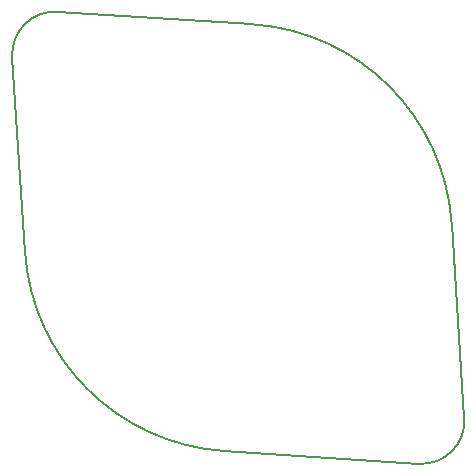
<source format=gm1>
G04 #@! TF.GenerationSoftware,KiCad,Pcbnew,(5.1.12)-1*
G04 #@! TF.CreationDate,2021-12-28T23:10:21+01:00*
G04 #@! TF.ProjectId,Toolhead_PCB,546f6f6c-6865-4616-945f-5043422e6b69,rev?*
G04 #@! TF.SameCoordinates,Original*
G04 #@! TF.FileFunction,Profile,NP*
%FSLAX46Y46*%
G04 Gerber Fmt 4.6, Leading zero omitted, Abs format (unit mm)*
G04 Created by KiCad (PCBNEW (5.1.12)-1) date 2021-12-28 23:10:21*
%MOMM*%
%LPD*%
G01*
G04 APERTURE LIST*
G04 #@! TA.AperFunction,Profile*
%ADD10C,0.150000*%
G04 #@! TD*
G04 APERTURE END LIST*
D10*
X130657863Y-76239444D02*
X131739208Y-92687598D01*
X150987599Y-73439208D02*
X134539444Y-72357862D01*
X148613289Y-109561260D02*
X165060647Y-110642143D01*
X168942144Y-106760646D02*
X167861261Y-90313288D01*
X168942143Y-106760646D02*
G75*
G02*
X165060647Y-110642143I-3642143J-239354D01*
G01*
X150987599Y-73439208D02*
G75*
G02*
X167861261Y-90313288I-1187379J-18061011D01*
G01*
X148613289Y-109561261D02*
G75*
G02*
X131739208Y-92687598I1186931J18061042D01*
G01*
X130657862Y-76239444D02*
G75*
G02*
X134539444Y-72357862I3642138J239444D01*
G01*
M02*

</source>
